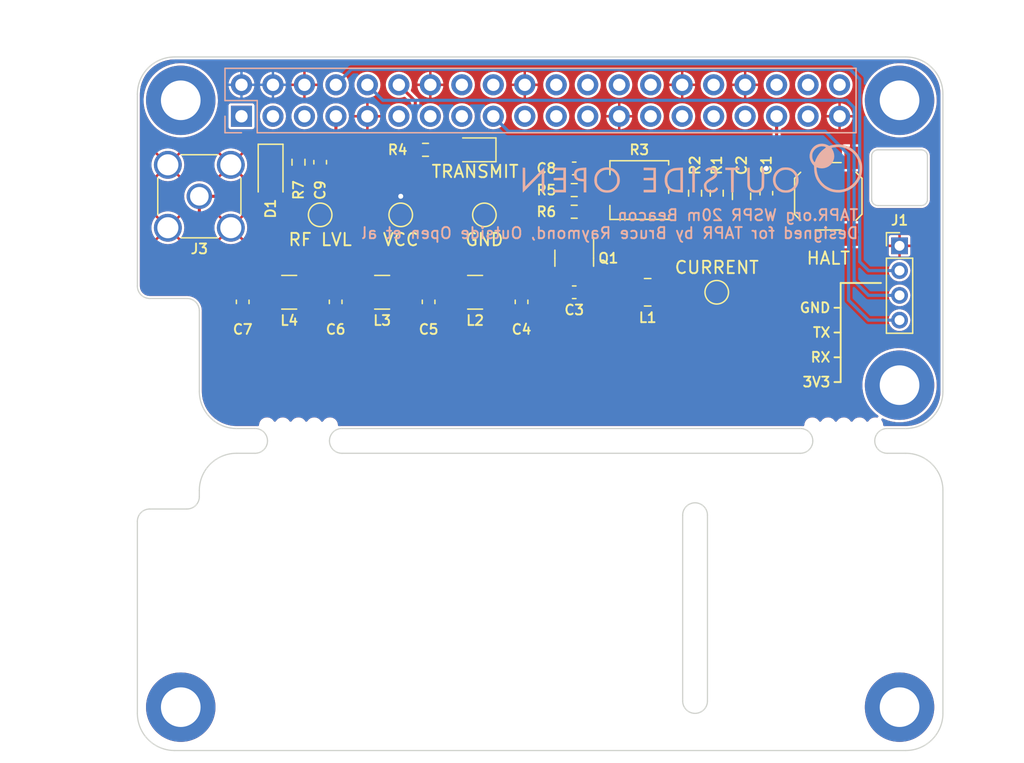
<source format=kicad_pcb>
(kicad_pcb (version 20211014) (generator pcbnew)
  (layers (0 "F.Cu" signal) (31 "B.Cu" signal) (34 "B.Paste" user) (35 "F.Paste" user) (36 "B.SilkS" user "B.Silkscreen") (37 "F.SilkS" user "F.Silkscreen") (38 "B.Mask" user) (39 "F.Mask" user) (44 "Edge.Cuts" user))
  (net 0 "")
  (net 1 "GND")
  (net 2 "VCC")
  (net 3 "Net-(C3-Pad1)")
  (net 4 "Net-(C3-Pad2)")
  (net 5 "Net-(C8-Pad1)")
  (net 6 "Net-(C8-Pad2)")
  (net 9 "/3.3v")
  (net 10 "/TX")
  (net 33 "Net-(LED1-Pad2)")
  (net 34 "Net-(C5-Pad1)")
  (net 35 "Net-(C6-Pad1)")
  (net 36 "Net-(J3-Pad1)")
  (net 37 "Net-(C9-Pad1)")
  (net 38 "Net-(L1-Pad1)")
  (net 39 "Net-(D1-Pad1)")
  (net 40 "/RX")
  (net 41 "Net-(J2-Pad35)")
  (net 42 "Net-(J2-Pad12)")
  (net 43 "Net-(R2-Pad1)")
  (net 44 "Net-(R3-Pad2)")
  (net 45 "Net-(Q1-Pad1)")
  (footprint "MountingHole:MountingHole_3.2mm_M3_DIN965_Pad" (layer "F.Cu") (at 111.5 76.5)
    (fp_text reference "H3" hide)
    (fp_text value "MountingHole")
    (pad "1" thru_hole circle (at 0 0) (size 5.6 5.6) (drill 3.2) (layers *.Cu *.Mask))
  )
  (footprint "Resistor_SMD:R_0603_1608Metric" (layer "F.Cu") (at 95 61 90)
    (fp_text reference "R2" (at 2.25 0 90) (layer "F.SilkS") (effects (font (size 0.8 0.8))))
    (fp_text value "3.9k")
    (pad "1" smd roundrect (at -0.825 0 90) (size 0.8 0.95) (layers "F.Cu" "F.Paste" "F.Mask") (net 43 "Net-(R2-Pad1)"))
    (pad "2" smd roundrect (at 0.825 0 90) (size 0.8 0.95) (layers "F.Cu" "F.Paste" "F.Mask") (net 2 "VCC"))
  )
  (footprint "Capacitor_SMD:C_0603_1608Metric" (layer "F.Cu") (at 81 69.775 -90)
    (fp_text reference "C4" (at 2.225 0) (layer "F.SilkS") (effects (font (size 0.8 0.8))))
    (fp_text value "470pF")
    (pad "1" smd roundrect (at -0.775 0 270) (size 0.9 0.95) (layers "F.Cu" "F.Paste" "F.Mask") (net 4 "Net-(C3-Pad2)"))
    (pad "2" smd roundrect (at 0.775 0 270) (size 0.9 0.95) (layers "F.Cu" "F.Paste" "F.Mask") (net 1 "GND"))
  )
  (footprint "Capacitor_SMD:C_0603_1608Metric" (layer "F.Cu") (at 100.75 61 -90)
    (fp_text reference "C1" (at -2.25 0 90) (layer "F.SilkS") (effects (font (size 0.8 0.8))))
    (fp_text value "100nF")
    (pad "1" smd roundrect (at -0.775 0 270) (size 0.9 0.95) (layers "F.Cu" "F.Paste" "F.Mask") (net 2 "VCC"))
    (pad "2" smd roundrect (at 0.775 0 270) (size 0.9 0.95) (layers "F.Cu" "F.Paste" "F.Mask") (net 1 "GND"))
  )
  (footprint "MountingHole:mousebites" (layer "F.Cu") (at 107 80)
    (fp_text reference "H6")
    (fp_text value "MountingHole" hide)
    (pad "" np_thru_hole circle (at 0 -0.254) (size 0.7874 0.7874) (drill 0.7874) (layers *.Cu *.Mask))
    (pad "" np_thru_hole circle (at 2.54 -0.254) (size 0.7874 0.7874) (drill 0.7874) (layers *.Cu *.Mask))
    (pad "" np_thru_hole circle (at 1.27 -0.254) (size 0.7874 0.7874) (drill 0.7874) (layers *.Cu *.Mask))
    (pad "" np_thru_hole circle (at -2.54 -0.254) (size 0.7874 0.7874) (drill 0.7874) (layers *.Cu *.Mask))
    (pad "" np_thru_hole circle (at -1.27 -0.254) (size 0.7874 0.7874) (drill 0.7874) (layers *.Cu *.Mask))
  )
  (footprint "Capacitor_SMD:C_0603_1608Metric" (layer "F.Cu") (at 58.5 69.775 -90)
    (fp_text reference "C7" (at 2.225 0) (layer "F.SilkS") (effects (font (size 0.8 0.8))))
    (fp_text value "470pF")
    (pad "1" smd roundrect (at -0.775 0 270) (size 0.9 0.95) (layers "F.Cu" "F.Paste" "F.Mask") (net 36 "Net-(J3-Pad1)"))
    (pad "2" smd roundrect (at 0.775 0 270) (size 0.9 0.95) (layers "F.Cu" "F.Paste" "F.Mask") (net 1 "GND"))
  )
  (footprint "MountingHole:mousebites" (layer "F.Cu") (at 63 80)
    (fp_text reference "H7")
    (fp_text value "MountingHole" hide)
    (pad "" np_thru_hole circle (at -2.54 -0.254) (size 0.7874 0.7874) (drill 0.7874) (layers *.Cu *.Mask))
    (pad "" np_thru_hole circle (at -1.27 -0.254) (size 0.7874 0.7874) (drill 0.7874) (layers *.Cu *.Mask))
    (pad "" np_thru_hole circle (at 2.54 -0.254) (size 0.7874 0.7874) (drill 0.7874) (layers *.Cu *.Mask))
    (pad "" np_thru_hole circle (at 1.27 -0.254) (size 0.7874 0.7874) (drill 0.7874) (layers *.Cu *.Mask))
    (pad "" np_thru_hole circle (at 0 -0.254) (size 0.7874 0.7874) (drill 0.7874) (layers *.Cu *.Mask))
  )
  (footprint "Resistor_SMD:R_0603_1608Metric" (layer "F.Cu") (at 85.25 62.5)
    (fp_text reference "R6" (at -2.25 0) (layer "F.SilkS") (effects (font (size 0.8 0.8))))
    (fp_text value "47")
    (pad "1" smd roundrect (at -0.825 0) (size 0.8 0.95) (layers "F.Cu" "F.Paste" "F.Mask") (net 6 "Net-(C8-Pad2)"))
    (pad "2" smd roundrect (at 0.825 0) (size 0.8 0.95) (layers "F.Cu" "F.Paste" "F.Mask") (net 45 "Net-(Q1-Pad1)"))
  )
  (footprint "Inductor_SMD:L_1210_3225Metric" (layer "F.Cu") (at 69.75 69 180)
    (fp_text reference "L3" (at 0 -2.28) (layer "F.SilkS") (effects (font (size 0.8 0.8))))
    (fp_text value "1.5uH")
    (pad "1" smd roundrect (at -1.4 0 180) (size 1.25 2.65) (layers "F.Cu" "F.Paste" "F.Mask") (roundrect_rratio 0.2) (net 34 "Net-(C5-Pad1)"))
    (pad "2" smd roundrect (at 1.4 0 180) (size 1.25 2.65) (layers "F.Cu" "F.Paste" "F.Mask") (roundrect_rratio 0.2) (net 35 "Net-(C6-Pad1)"))
  )
  (footprint "TestPoint:TestPoint_Pad_D1.5mm" (layer "F.Cu") (at 96.75 69)
    (fp_text reference "TP2" hide)
    (fp_text value "TestPoint")
    (pad "1" smd circle (at 0 0) (size 1.5 1.5) (layers "F.Cu" "F.Mask") (net 38 "Net-(L1-Pad1)"))
  )
  (footprint "Connector_Coaxial:SMA_Amphenol_901-144_Vertical" (layer "F.Cu") (at 55 61.25 -90)
    (fp_text reference "J3" (at 4.25 0 180) (layer "F.SilkS") (effects (font (size 0.8 0.8))))
    (fp_text value "Conn_01x02")
    (pad "1" thru_hole circle (at 0 0 270) (size 2.05 2.05) (drill 1.5) (layers *.Cu *.Mask) (net 36 "Net-(J3-Pad1)"))
    (pad "2" thru_hole circle (at -2.54 2.54 270) (size 2.25 2.25) (drill 1.7) (layers *.Cu *.Mask) (net 1 "GND"))
    (pad "2" thru_hole circle (at 2.54 -2.54 270) (size 2.25 2.25) (drill 1.7) (layers *.Cu *.Mask) (net 1 "GND"))
    (pad "2" thru_hole circle (at 2.54 2.54 270) (size 2.25 2.25) (drill 1.7) (layers *.Cu *.Mask) (net 1 "GND"))
    (pad "2" thru_hole circle (at -2.54 -2.54 270) (size 2.25 2.25) (drill 1.7) (layers *.Cu *.Mask) (net 1 "GND"))
  )
  (footprint "MountingHole:MountingHole_3.2mm_M3_DIN965_Pad" (layer "F.Cu") (at 111.5 53.5)
    (fp_text reference "H2" hide)
    (fp_text value "MountingHole")
    (pad "1" thru_hole circle (at 0 0) (size 5.6 5.6) (drill 3.2) (layers *.Cu *.Mask))
  )
  (footprint "TestPoint:TestPoint_Pad_D1.5mm" (layer "F.Cu") (at 71.25 62.75)
    (fp_text reference "TP1" hide)
    (fp_text value "TestPoint")
    (pad "1" smd circle (at 0 0) (size 1.5 1.5) (layers "F.Cu" "F.Mask") (net 2 "VCC"))
  )
  (footprint "Resistor_SMD:R_0603_1608Metric" (layer "F.Cu") (at 96.75 61 -90)
    (fp_text reference "R1" (at -2.25 0 90) (layer "F.SilkS") (effects (font (size 0.8 0.8))))
    (fp_text value "1")
    (pad "1" smd roundrect (at -0.825 0 270) (size 0.8 0.95) (layers "F.Cu" "F.Paste" "F.Mask") (net 2 "VCC"))
    (pad "2" smd roundrect (at 0.825 0 270) (size 0.8 0.95) (layers "F.Cu" "F.Paste" "F.Mask") (net 38 "Net-(L1-Pad1)"))
  )
  (footprint "MountingHole:MountingHole_3.2mm_M3_DIN965_Pad" (layer "F.Cu") (at 53.5 53.5)
    (fp_text reference "H1" hide)
    (fp_text value "MountingHole")
    (pad "1" thru_hole circle (at 0 0) (size 5.6 5.6) (drill 3.2) (layers *.Cu *.Mask))
  )
  (footprint "Capacitor_SMD:C_0603_1608Metric" (layer "F.Cu") (at 85.25 69 180)
    (fp_text reference "C3" (at 0 -1.43) (layer "F.SilkS") (effects (font (size 0.8 0.8))))
    (fp_text value "100nF")
    (pad "1" smd roundrect (at -0.775 0 180) (size 0.9 0.95) (layers "F.Cu" "F.Paste" "F.Mask") (net 3 "Net-(C3-Pad1)"))
    (pad "2" smd roundrect (at 0.775 0 180) (size 0.9 0.95) (layers "F.Cu" "F.Paste" "F.Mask") (net 4 "Net-(C3-Pad2)"))
  )
  (footprint "Connector_PinHeader_2.00mm:PinHeader_1x04_P2.00mm_Vertical" (layer "F.Cu") (at 111.5 65.25)
    (fp_text reference "J1" (at 0 -2.06) (layer "F.SilkS") (effects (font (size 0.8 0.8))))
    (fp_text value "SERIAL")
    (pad "1" thru_hole rect (at 0 0) (size 1.35 1.35) (drill 0.8) (layers *.Cu *.Mask) (net 1 "GND"))
    (pad "2" thru_hole oval (at 0 2) (size 1.35 1.35) (drill 0.8) (layers *.Cu *.Mask) (net 10 "/TX"))
    (pad "3" thru_hole oval (at 0 4) (size 1.35 1.35) (drill 0.8) (layers *.Cu *.Mask) (net 40 "/RX"))
    (pad "4" thru_hole oval (at 0 6) (size 1.35 1.35) (drill 0.8) (layers *.Cu *.Mask) (net 9 "/3.3v"))
  )
  (footprint "Package_TO_SOT_SMD:SOT-23" (layer "F.Cu") (at 85.25 66.25 -90)
    (fp_text reference "Q1" (at 0 -2.75) (layer "F.SilkS") (effects (font (size 0.8 0.8))))
    (fp_text value "MMBF170")
    (pad "1" smd roundrect (at -0.9375 -0.95 270) (size 1.475 0.6) (layers "F.Cu" "F.Paste" "F.Mask") (net 45 "Net-(Q1-Pad1)"))
    (pad "2" smd roundrect (at -0.9375 0.95 270) (size 1.475 0.6) (layers "F.Cu" "F.Paste" "F.Mask") (net 1 "GND"))
    (pad "3" smd roundrect (at 0.9375 0 270) (size 1.475 0.6) (layers "F.Cu" "F.Paste" "F.Mask") (net 3 "Net-(C3-Pad1)"))
  )
  (footprint "MountingHole:MountingHole_3.2mm_M3_DIN965_Pad" (layer "F.Cu") (at 53.5 102.5)
    (fp_text reference "H5" hide)
    (fp_text value "MountingHole")
    (pad "1" thru_hole circle (at 0 0) (size 5.6 5.6) (drill 3.2) (layers *.Cu *.Mask))
  )
  (footprint "Capacitor_SMD:C_0603_1608Metric" (layer "F.Cu") (at 66 69.775 -90)
    (fp_text reference "C6" (at 2.225 0) (layer "F.SilkS") (effects (font (size 0.8 0.8))))
    (fp_text value "1nF")
    (pad "1" smd roundrect (at -0.775 0 270) (size 0.9 0.95) (layers "F.Cu" "F.Paste" "F.Mask") (net 35 "Net-(C6-Pad1)"))
    (pad "2" smd roundrect (at 0.775 0 270) (size 0.9 0.95) (layers "F.Cu" "F.Paste" "F.Mask") (net 1 "GND"))
  )
  (footprint "TestPoint:TestPoint_Pad_D1.5mm" (layer "F.Cu") (at 78 62.75)
    (fp_text reference "TP4" hide)
    (fp_text value "TestPoint")
    (pad "1" smd circle (at 0 0) (size 1.5 1.5) (layers "F.Cu" "F.Mask") (net 1 "GND"))
  )
  (footprint "Capacitor_SMD:C_0603_1608Metric" (layer "F.Cu") (at 73.5 69.775 -90)
    (fp_text reference "C5" (at 2.225 0) (layer "F.SilkS") (effects (font (size 0.8 0.8))))
    (fp_text value "1nF")
    (pad "1" smd roundrect (at -0.775 0 270) (size 0.9 0.95) (layers "F.Cu" "F.Paste" "F.Mask") (net 34 "Net-(C5-Pad1)"))
    (pad "2" smd roundrect (at 0.775 0 270) (size 0.9 0.95) (layers "F.Cu" "F.Paste" "F.Mask") (net 1 "GND"))
  )
  (footprint "MountingHole:MountingHole_3.2mm_M3_DIN965_Pad" (layer "F.Cu") (at 111.5 102.5)
    (fp_text reference "H4" hide)
    (fp_text value "MountingHole")
    (pad "1" thru_hole circle (at 0 0) (size 5.6 5.6) (drill 3.2) (layers *.Cu *.Mask))
  )
  (footprint "Diode_SMD:D_SOD-123F" (layer "F.Cu") (at 60.75 59.25 -90)
    (fp_text reference "D1" (at 3 0 90) (layer "F.SilkS") (effects (font (size 0.8 0.8))))
    (fp_text value "1N4148")
    (pad "1" smd rect (at -1.4 0 270) (size 1.1 1.1) (layers "F.Cu" "F.Paste" "F.Mask") (net 39 "Net-(D1-Pad1)"))
    (pad "2" smd rect (at 1.4 0 270) (size 1.1 1.1) (layers "F.Cu" "F.Paste" "F.Mask") (net 36 "Net-(J3-Pad1)"))
  )
  (footprint "Capacitor_SMD:C_0603_1608Metric" (layer "F.Cu") (at 85.25 59 180)
    (fp_text reference "C8" (at 2.25 0) (layer "F.SilkS") (effects (font (size 0.8 0.8))))
    (fp_text value "100nF")
    (pad "1" smd roundrect (at -0.775 0 180) (size 0.9 0.95) (layers "F.Cu" "F.Paste" "F.Mask") (net 5 "Net-(C8-Pad1)"))
    (pad "2" smd roundrect (at 0.775 0 180) (size 0.9 0.95) (layers "F.Cu" "F.Paste" "F.Mask") (net 6 "Net-(C8-Pad2)"))
  )
  (footprint "Resistor_SMD:R_0603_1608Metric" (layer "F.Cu") (at 63 58.5 -90)
    (fp_text reference "R7" (at 2.25 0 90) (layer "F.SilkS") (effects (font (size 0.8 0.8))))
    (fp_text value "2K")
    (pad "1" smd roundrect (at -0.825 0 270) (size 0.8 0.95) (layers "F.Cu" "F.Paste" "F.Mask") (net 39 "Net-(D1-Pad1)"))
    (pad "2" smd roundrect (at 0.825 0 270) (size 0.8 0.95) (layers "F.Cu" "F.Paste" "F.Mask") (net 37 "Net-(C9-Pad1)"))
  )
  (footprint "Potentiometer_SMD:Potentiometer_Bourns_3314J_Vertical" (layer "F.Cu") (at 90.5 60.75 -90)
    (fp_text reference "R3" (at -3.25 0) (layer "F.SilkS") (effects (font (size 0.8 0.8))))
    (fp_text value "10k")
    (pad "1" smd rect (at 1.15 -2 270) (size 1.3 2) (layers "F.Cu" "F.Paste" "F.Mask") (net 43 "Net-(R2-Pad1)"))
    (pad "2" smd rect (at 0 2 270) (size 2 2) (layers "F.Cu" "F.Paste" "F.Mask") (net 44 "Net-(R3-Pad2)"))
    (pad "3" smd rect (at -1.15 -2 270) (size 1.3 2) (layers "F.Cu" "F.Paste" "F.Mask") (net 1 "GND"))
  )
  (footprint "Inductor_SMD:L_1210_3225Metric" (layer "F.Cu") (at 62.25 69 180)
    (fp_text reference "L4" (at 0 -2.28) (layer "F.SilkS") (effects (font (size 0.8 0.8))))
    (fp_text value "1.5uH")
    (pad "1" smd roundrect (at -1.4 0 180) (size 1.25 2.65) (layers "F.Cu" "F.Paste" "F.Mask") (roundrect_rratio 0.2) (net 35 "Net-(C6-Pad1)"))
    (pad "2" smd roundrect (at 1.4 0 180) (size 1.25 2.65) (layers "F.Cu" "F.Paste" "F.Mask") (roundrect_rratio 0.2) (net 36 "Net-(J3-Pad1)"))
  )
  (footprint "TestPoint:TestPoint_Pad_D1.5mm" (layer "F.Cu") (at 64.75 62.75 -90)
    (fp_text reference "TP3" hide)
    (fp_text value "TestPoint")
    (pad "1" smd circle (at 0 0 270) (size 1.5 1.5) (layers "F.Cu" "F.Mask") (net 37 "Net-(C9-Pad1)"))
  )
  (footprint "Capacitor_SMD:C_0603_1608Metric" (layer "F.Cu") (at 64.75 58.5 90)
    (fp_text reference "C9" (at -2.25 0 90) (layer "F.SilkS") (effects (font (size 0.8 0.8))))
    (fp_text value "100nF")
    (pad "1" smd roundrect (at -0.775 0 90) (size 0.9 0.95) (layers "F.Cu" "F.Paste" "F.Mask") (net 37 "Net-(C9-Pad1)"))
    (pad "2" smd roundrect (at 0.775 0 90) (size 0.9 0.95) (layers "F.Cu" "F.Paste" "F.Mask") (net 1 "GND"))
  )
  (footprint "LED_SMD:LED_0805_2012Metric" (layer "F.Cu") (at 77.25 57.5 180)
    (fp_text reference "LED1" hide)
    (fp_text value "LED_Small")
    (pad "1" smd roundrect (at -0.9375 0 180) (size 0.975 1.4) (layers "F.Cu" "F.Paste" "F.Mask") (net 1 "GND"))
    (pad "2" smd roundrect (at 0.9375 0 180) (size 0.975 1.4) (layers "F.Cu" "F.Paste" "F.Mask") (net 33 "Net-(LED1-Pad2)"))
  )
  (footprint "Resistor_SMD:R_0603_1608Metric" (layer "F.Cu") (at 85.25 60.75 180)
    (fp_text reference "R5" (at 2.25 0) (layer "F.SilkS") (effects (font (size 0.8 0.8))))
    (fp_text value "10k")
    (pad "1" smd roundrect (at -0.825 0 180) (size 0.8 0.95) (layers "F.Cu" "F.Paste" "F.Mask") (net 44 "Net-(R3-Pad2)"))
    (pad "2" smd roundrect (at 0.825 0 180) (size 0.8 0.95) (layers "F.Cu" "F.Paste" "F.Mask") (net 6 "Net-(C8-Pad2)"))
  )
  (footprint "Inductor_SMD:L_1210_3225Metric" (layer "F.Cu") (at 77.25 69 180)
    (fp_text reference "L2" (at 0 -2.28 180) (layer "F.SilkS") (effects (font (size 0.8 0.8))))
    (fp_text value "1.5uH")
    (pad "1" smd roundrect (at -1.4 0 180) (size 1.25 2.65) (layers "F.Cu" "F.Paste" "F.Mask") (roundrect_rratio 0.2) (net 4 "Net-(C3-Pad2)"))
    (pad "2" smd roundrect (at 1.4 0 180) (size 1.25 2.65) (layers "F.Cu" "F.Paste" "F.Mask") (roundrect_rratio 0.2) (net 34 "Net-(C5-Pad1)"))
  )
  (footprint "Inductor_SMD:L_1008_2520Metric" (layer "F.Cu") (at 91.175 69 180)
    (fp_text reference "L1" (at 0 -2.05) (layer "F.SilkS") (effects (font (size 0.8 0.8))))
    (fp_text value "10uH")
    (pad "1" smd roundrect (at -1.075 0 180) (size 1.25 2.2) (layers "F.Cu" "F.Paste" "F.Mask") (roundrect_rratio 0.2) (net 38 "Net-(L1-Pad1)"))
    (pad "2" smd roundrect (at 1.075 0 180) (size 1.25 2.2) (layers "F.Cu" "F.Paste" "F.Mask") (roundrect_rratio 0.2) (net 3 "Net-(C3-Pad1)"))
  )
  (footprint "Resistor_SMD:R_0603_1608Metric" (layer "F.Cu") (at 73.25 57.5 180)
    (fp_text reference "R4" (at 2.25 0) (layer "F.SilkS") (effects (font (size 0.8 0.8))))
    (fp_text value "270")
    (pad "1" smd roundrect (at -0.825 0 180) (size 0.8 0.95) (layers "F.Cu" "F.Paste" "F.Mask") (net 33 "Net-(LED1-Pad2)"))
    (pad "2" smd roundrect (at 0.825 0 180) (size 0.8 0.95) (layers "F.Cu" "F.Paste" "F.Mask") (net 42 "Net-(J2-Pad12)"))
  )
  (footprint "Capacitor_SMD:C_0805_2012Metric" (layer "F.Cu") (at 98.75 61.25 -90)
    (fp_text reference "C2" (at -2.5 0 90) (layer "F.SilkS") (effects (font (size 0.8 0.8))))
    (fp_text value "47uF")
    (pad "1" smd roundrect (at -0.95 0 270) (size 1 1.45) (layers "F.Cu" "F.Paste" "F.Mask") (net 2 "VCC"))
    (pad "2" smd roundrect (at 0.95 0 270) (size 1 1.45) (layers "F.Cu" "F.Paste" "F.Mask") (net 1 "GND"))
  )
  (footprint "Button_Switch_SMD:SW_SPST_SKQG_WithoutStem" (layer "F.Cu") (at 105.75 61.25 90)
    (fp_text reference "SW1" hide)
    (fp_text value "SW_SPST")
    (pad "1" smd rect (at -3.1 -1.85 90) (size 1.8 1.1) (layers "F.Cu" "F.Paste" "F.Mask") (net 41 "Net-(J2-Pad35)"))
    (pad "1" smd rect (at 3.1 -1.85 90) (size 1.8 1.1) (layers "F.Cu" "F.Paste" "F.Mask") (net 41 "Net-(J2-Pad35)"))
    (pad "2" smd rect (at 3.1 1.85 90) (size 1.8 1.1) (layers "F.Cu" "F.Paste" "F.Mask") (net 1 "GND"))
    (pad "2" smd rect (at -3.1 1.85 90) (size 1.8 1.1) (layers "F.Cu" "F.Paste" "F.Mask") (net 1 "GND"))
  )
  (footprint "LOGO" (layer "B.Cu") (at 94.75 59 180)
    (fp_text reference "G***" hide)
    (fp_text value "LOGO" hide)
  )
  (footprint "Connector_PinSocket_2.54mm:PinSocket_2x20_P2.54mm_Vertical" (layer "B.Cu") (at 58.4 54.79 -90)
    (fp_text reference "J2")
    (fp_text value "Conn_02x20_Odd_Even")
    (pad "1" thru_hole rect (at 0 0 270) (size 1.7 1.7) (drill 1) (layers *.Cu *.Mask))
    (pad "2" thru_hole oval (at -2.54 0 270) (size 1.7 1.7) (drill 1) (layers *.Cu *.Mask) (net 2 "VCC"))
    (pad "3" thru_hole oval (at 0 -2.54 270) (size 1.7 1.7) (drill 1) (layers *.Cu *.Mask))
    (pad "4" thru_hole oval (at -2.54 -2.54 270) (size 1.7 1.7) (drill 1) (layers *.Cu *.Mask) (net 2 "VCC"))
    (pad "5" thru_hole oval (at 0 -5.08 270) (size 1.7 1.7) (drill 1) (layers *.Cu *.Mask))
    (pad "6" thru_hole oval (at -2.54 -5.08 270) (size 1.7 1.7) (drill 1) (layers *.Cu *.Mask) (net 1 "GND"))
    (pad "7" thru_hole oval (at 0 -7.62 270) (size 1.7 1.7) (drill 1) (layers *.Cu *.Mask) (net 5 "Net-(C8-Pad1)"))
    (pad "8" thru_hole oval (at -2.54 -7.62 270) (size 1.7 1.7) (drill 1) (layers *.Cu *.Mask) (net 10 "/TX"))
    (pad "9" thru_hole oval (at 0 -10.16 270) (size 1.7 1.7) (drill 1) (layers *.Cu *.Mask) (net 1 "GND"))
    (pad "10" thru_hole oval (at -2.54 -10.16 270) (size 1.7 1.7) (drill 1) (layers *.Cu *.Mask) (net 40 "/RX"))
    (pad "11" thru_hole oval (at 0 -12.7 270) (size 1.7 1.7) (drill 1) (layers *.Cu *.Mask))
    (pad "12" thru_hole oval (at -2.54 -12.7 270) (size 1.7 1.7) (drill 1) (layers *.Cu *.Mask) (net 42 "Net-(J2-Pad12)"))
    (pad "13" thru_hole oval (at 0 -15.24 270) (size 1.7 1.7) (drill 1) (layers *.Cu *.Mask))
    (pad "14" thru_hole oval (at -2.54 -15.24 270) (size 1.7 1.7) (drill 1) (layers *.Cu *.Mask) (net 1 "GND"))
    (pad "15" thru_hole oval (at 0 -17.78 270) (size 1.7 1.7) (drill 1) (layers *.Cu *.Mask))
    (pad "16" thru_hole oval (at -2.54 -17.78 270) (size 1.7 1.7) (drill 1) (layers *.Cu *.Mask))
    (pad "17" thru_hole oval (at 0 -20.32 270) (size 1.7 1.7) (drill 1) (layers *.Cu *.Mask) (net 9 "/3.3v"))
    (pad "18" thru_hole oval (at -2.54 -20.32 270) (size 1.7 1.7) (drill 1) (layers *.Cu *.Mask))
    (pad "19" thru_hole oval (at 0 -22.86 270) (size 1.7 1.7) (drill 1) (layers *.Cu *.Mask))
    (pad "20" thru_hole oval (at -2.54 -22.86 270) (size 1.7 1.7) (drill 1) (layers *.Cu *.Mask) (net 1 "GND"))
    (pad "21" thru_hole oval (at 0 -25.4 270) (size 1.7 1.7) (drill 1) (layers *.Cu *.Mask))
    (pad "22" thru_hole oval (at -2.54 -25.4 270) (size 1.7 1.7) (drill 1) (layers *.Cu *.Mask))
    (pad "23" thru_hole oval (at 0 -27.94 270) (size 1.7 1.7) (drill 1) (layers *.Cu *.Mask))
    (pad "24" thru_hole oval (at -2.54 -27.94 270) (size 1.7 1.7) (drill 1) (layers *.Cu *.Mask))
    (pad "25" thru_hole oval (at 0 -30.48 270) (size 1.7 1.7) (drill 1) (layers *.Cu *.Mask) (net 1 "GND"))
    (pad "26" thru_hole oval (at -2.54 -30.48 270) (size 1.7 1.7) (drill 1) (layers *.Cu *.Mask))
    (pad "27" thru_hole oval (at 0 -33.02 270) (size 1.7 1.7) (drill 1) (layers *.Cu *.Mask))
    (pad "28" thru_hole oval (at -2.54 -33.02 270) (size 1.7 1.7) (drill 1) (layers *.Cu *.Mask))
    (pad "29" thru_hole oval (at 0 -35.56 270) (size 1.7 1.7) (drill 1) (layers *.Cu *.Mask))
    (pad "30" thru_hole oval (at -2.54 -35.56 270) (size 1.7 1.7) (drill 1) (layers *.Cu *.Mask) (net 1 "GND"))
    (pad "31" thru_hole oval (at 0 -38.1 270) (size 1.7 1.7) (drill 1) (layers *.Cu *.Mask))
    (pad "32" thru_hole oval (at -2.54 -38.1 270) (size 1.7 1.7) (drill 1) (layers *.Cu *.Mask))
    (pad "33" thru_hole oval (at 0 -40.64 270) (size 1.7 1.7) (drill 1) (layers *.Cu *.Mask))
    (pad "34" thru_hole oval (at -2.54 -40.64 270) (size 1.7 1.7) (drill 1) (layers *.Cu *.Mask) (net 1 "GND"))
    (pad "35" thru_hole oval (at 0 -43.18 270) (size 1.7 1.7) (drill 1) (layers *.Cu *.Mask) (net 41 "Net-(J2-Pad35)"))
    (pad "36" thru_hole oval (at -2.54 -43.18 270) (size 1.7 1.7) (drill 1) (layers *.Cu *.Mask))
    (pad "37" thru_hole oval (at 0 -45.72 270) (size 1.7 1.7) (drill 1) (layers *.Cu *.Mask))
    (pad "38" thru_hole oval (at -2.54 -45.72 270) (size 1.7 1.7) (drill 1) (layers *.Cu *.Mask))
    (pad "39" thru_hole oval (at 0 -48.26 270) (size 1.7 1.7) (drill 1) (layers *.Cu *.Mask) (net 1 "GND"))
    (pad "40" thru_hole oval (at -2.54 -48.26 270) (size 1.7 1.7) (drill 1) (layers *.Cu *.Mask))
  )
  (gr_line (start 106.25 74.25) (end 106.75 74.25) (layer "F.SilkS") (width 0.15))
  (gr_line (start 106.75 70.25) (end 106.25 70.25) (layer "F.SilkS") (width 0.15))
  (gr_line (start 106.75 76.25) (end 106.75 70.25) (layer "F.SilkS") (width 0.15))
  (gr_line (start 106.25 72.25) (end 106.75 72.25) (layer "F.SilkS") (width 0.15))
  (gr_line (start 106.75 68.25) (end 110 68.25) (layer "F.SilkS") (width 0.15))
  (gr_line (start 106.75 70.25) (end 106.75 68.25) (layer "F.SilkS") (width 0.15))
  (gr_line (start 106.25 76.25) (end 106.75 76.25) (layer "F.SilkS") (width 0.15))
  (gr_line (start 103.499999 80.000001) (end 66.500001 80.000001) (layer "Edge.Cuts") (width 0.1))
  (gr_line (start 94 87) (end 94 102) (layer "Edge.Cuts") (width 0.1))
  (gr_line (start 55 85.5) (end 54.999999 84.999999) (layer "Edge.Cuts") (width 0.1))
  (gr_arc (start 65.500001 81.000001) (mid 65.792894 80.292894) (end 66.500001 80.000001) (layer "Edge.Cuts") (width 0.1))
  (gr_line (start 66.500001 82.000001) (end 103.499999 82.000001) (layer "Edge.Cuts") (width 0.1))
  (gr_arc (start 115 77) (mid 114.12132 79.12132) (end 112 80) (layer "Edge.Cuts") (width 0.1))
  (gr_line (start 110.5 82) (end 112 82) (layer "Edge.Cuts") (width 0.1))
  (gr_line (start 109.75 57.5) (end 113.25 57.500001) (layer "Edge.Cuts") (width 0.1))
  (gr_arc (start 51 69.5) (mid 50.292893 69.207107) (end 50 68.5) (layer "Edge.Cuts") (width 0.1))
  (gr_arc (start 112 50) (mid 114.12132 50.87868) (end 115 53) (layer "Edge.Cuts") (width 0.1))
  (gr_arc (start 113.749999 61.5) (mid 113.603552 61.853552) (end 113.25 61.999999) (layer "Edge.Cuts") (width 0.1))
  (gr_line (start 57.999999 82.000002) (end 59.499999 82.000001) (layer "Edge.Cuts") (width 0.1))
  (gr_line (start 54.999999 77.000001) (end 55 70.5) (layer "Edge.Cuts") (width 0.1))
  (gr_line (start 59.499999 80.000001) (end 57.999999 80.000001) (layer "Edge.Cuts") (width 0.1))
  (gr_arc (start 55 85.5) (mid 54.707107 86.207107) (end 54 86.5) (layer "Edge.Cuts") (width 0.1))
  (gr_arc (start 66.500001 82.000001) (mid 65.792894 81.707108) (end 65.500001 81.000001) (layer "Edge.Cuts") (width 0.1))
  (gr_line (start 112 50) (end 53 50) (layer "Edge.Cuts") (width 0.1))
  (gr_line (start 109.250001 61.5) (end 109.25 58) (layer "Edge.Cuts") (width 0.1))
  (gr_arc (start 115 102.999999) (mid 114.12132 105.121319) (end 112 105.999998) (layer "Edge.Cuts") (width 0.1))
  (gr_arc (start 110.5 82) (mid 109.792893 81.707107) (end 109.5 81) (layer "Edge.Cuts") (width 0.1))
  (gr_line (start 50 87.5) (end 50 103) (layer "Edge.Cuts") (width 0.1))
  (gr_line (start 115 102.999999) (end 115 85) (layer "Edge.Cuts") (width 0.1))
  (gr_arc (start 113.25 57.500001) (mid 113.603552 57.646448) (end 113.749999 58) (layer "Edge.Cuts") (width 0.1))
  (gr_line (start 51 86.5) (end 54 86.5) (layer "Edge.Cuts") (width 0.1))
  (gr_arc (start 94 87) (mid 95 86) (end 96 87) (layer "Edge.Cuts") (width 0.1))
  (gr_line (start 52.999999 105.999999) (end 112 105.999998) (layer "Edge.Cuts") (width 0.1))
  (gr_arc (start 96 102) (mid 95 103) (end 94 102) (layer "Edge.Cuts") (width 0.1))
  (gr_arc (start 109.75 61.999999) (mid 109.396448 61.853552) (end 109.250001 61.5) (layer "Edge.Cuts") (width 0.1))
  (gr_arc (start 57.999999 80.000001) (mid 55.878679 79.121321) (end 54.999999 77.000001) (layer "Edge.Cuts") (width 0.1))
  (gr_line (start 50 68.5) (end 50 53) (layer "Edge.Cuts") (width 0.1))
  (gr_arc (start 50 53) (mid 50.87868 50.87868) (end 53 50) (layer "Edge.Cuts") (width 0.1))
  (gr_line (start 112 80) (end 110.5 80) (layer "Edge.Cuts") (width 0.1))
  (gr_line (start 96 87) (end 96 102) (layer "Edge.Cuts") (width 0.1))
  (gr_line (start 51 69.5) (end 54 69.5) (layer "Edge.Cuts") (width 0.1))
  (gr_arc (start 112 82) (mid 114.12132 82.87868) (end 115 85) (layer "Edge.Cuts") (width 0.1))
  (gr_arc (start 109.5 81) (mid 109.792893 80.292893) (end 110.5 80) (layer "Edge.Cuts") (width 0.1))
  (gr_line (start 113.749999 58) (end 113.749999 61.5) (layer "Edge.Cuts") (width 0.1))
  (gr_arc (start 59.499999 80.000001) (mid 60.207106 80.292894) (end 60.499999 81.000001) (layer "Edge.Cuts") (width 0.1))
  (gr_arc (start 103.499999 80.000001) (mid 104.207106 80.292894) (end 104.499999 81.000001) (layer "Edge.Cuts") (width 0.1))
  (gr_arc (start 109.25 58) (mid 109.396447 57.646447) (end 109.75 57.5) (layer "Edge.Cuts") (width 0.1))
  (gr_arc (start 53 106) (mid 50.87868 105.12132) (end 50 103) (layer "Edge.Cuts") (width 0.1))
  (gr_arc (start 104.499999 81.000001) (mid 104.207106 81.707108) (end 103.499999 82.000001) (layer "Edge.Cuts") (width 0.1))
  (gr_arc (start 50 87.5) (mid 50.292893 86.792893) (end 51 86.5) (layer "Edge.Cuts") (width 0.1))
  (gr_line (start 113.25 61.999999) (end 109.75 61.999999) (layer "Edge.Cuts") (width 0.1))
  (gr_arc (start 54.999999 84.999999) (mid 55.878679 82.878679) (end 57.999999 81.999999) (layer "Edge.Cuts") (width 0.1))
  (gr_arc (start 60.499999 81.000001) (mid 60.207106 81.707108) (end 59.499999 82.000001) (layer "Edge.Cuts") (width 0.1))
  (gr_arc (start 54 69.5) (mid 54.707107 69.792893) (end 55 70.5) (layer "Edge.Cuts") (width 0.1))
  (gr_line (start 115 77) (end 115 53) (layer "Edge.Cuts") (width 0.1))
  (gr_text "TAPR.org WSPR 20m Beacon\nDesigned for TAPR by Bruce Raymond, Outside Open et al" (at 108.25 63.5) (layer "B.SilkS") (effects (font (size 0.9 0.9)) (justify left mirror)))
  (gr_text "RX" (at 106 74.25) (layer "F.SilkS") (effects (font (size 0.8 0.8)) (justify right)))
  (gr_text "RF LVL" (at 64.75 64.75) (layer "F.SilkS") (effects (font (size 1 1))))
  (gr_text "HALT" (at 105.75 66.25) (layer "F.SilkS") (effects (font (size 1 1))))
  (gr_text "TX\n" (at 106 72.25) (layer "F.SilkS") (effects (font (size 0.8 0.8)) (justify right)))
  (gr_text "GND" (at 78 64.75) (layer "F.SilkS") (effects (font (size 1 1))))
  (gr_text "VCC" (at 71.25 64.75) (layer "F.SilkS") (effects (font (size 1 1))))
  (gr_text "3V3" (at 106 76.25) (layer "F.SilkS") (effects (font (size 0.8 0.8)) (justify right)))
  (gr_text "CURRENT" (at 96.75 67) (layer "F.SilkS") (effects (font (size 1 1))))
  (gr_text "TRANSMIT" (at 77.25 59.25) (layer "F.SilkS") (effects (font (size 1 1))))
  (gr_text "GND" (at 106 70.25) (layer "F.SilkS") (effects (font (size 0.8 0.8)) (justify right)))
  (segment (start 100.675 60.3) (end 100.75 60.225) (width 0.25) (layer "F.Cu") (net 2))
  (segment (start 96.875 60.3) (end 96.75 60.175) (width 0.25) (layer "F.Cu") (net 2))
  (segment (start 95 60.175) (end 96.75 60.175) (width 0.25) (layer "F.Cu") (net 2))
  (segment (start 100.75 60.225) (end 100.75 59) (width 0.25) (layer "F.Cu") (net 2))
  (segment (start 71.25 62.75) (end 71.25 61.25) (width 0.25) (layer "F.Cu") (net 2))
  (segment (start 98.75 60.300001) (end 100.675 60.3) (width 0.25) (layer "F.Cu") (net 2))
  (segment (start 98.75 60.300001) (end 96.875 60.3) (width 0.25) (layer "F.Cu") (net 2))
  (via (at 100.75 59) (size 0.8) (drill 0.4) (layers "F.Cu" "B.Cu") (net 2))
  (via (at 71.25 61.25) (size 0.8) (drill 0.4) (layers "F.Cu" "B.Cu") (net 2))
  (segment (start 85.25 67.1875) (end 85.25 68.225) (width 0.25) (layer "F.Cu") (net 3))
  (segment (start 90.1 69) (end 86.025 69) (width 0.25) (layer "F.Cu") (net 3))
  (segment (start 85.25 68.225) (end 86.025 69) (width 0.25) (layer "F.Cu") (net 3))
  (segment (start 84.475 69) (end 81 69) (width 0.25) (layer "F.Cu") (net 4))
  (segment (start 81 69) (end 78.65 69) (width 0.25) (layer "F.Cu") (net 4))
  (segment (start 83.54952 58.20048) (end 85.22548 58.20048) (width 0.25) (layer "F.Cu") (net 5))
  (segment (start 85.22548 58.20048) (end 86.025 59) (width 0.25) (layer "F.Cu") (net 5))
  (segment (start 82.75 59) (end 67.5 59) (width 0.25) (layer "F.Cu") (net 5))
  (segment (start 66.02 54.79) (end 66.02 57.52) (width 0.25) (layer "F.Cu") (net 5))
  (segment (start 82.75 59) (end 83.54952 58.20048) (width 0.25) (layer "F.Cu") (net 5))
  (segment (start 66.02 57.52) (end 67.5 59) (width 0.25) (layer "F.Cu") (net 5))
  (segment (start 84.425 59.05) (end 84.475 59) (width 0.25) (layer "F.Cu") (net 6))
  (segment (start 84.425 60.75) (end 84.425 59.05) (width 0.25) (layer "F.Cu") (net 6))
  (segment (start 84.425 62.5) (end 84.425 60.75) (width 0.25) (layer "F.Cu") (net 6))
  (segment (start 107.384991 57.884991) (end 105.5 56) (width 0.25) (layer "B.Cu") (net 9))
  (segment (start 79.93 56) (end 78.72 54.79) (width 0.25) (layer "B.Cu") (net 9))
  (segment (start 107.384991 69.634991) (end 107.384991 57.884991) (width 0.25) (layer "B.Cu") (net 9))
  (segment (start 109 71.25) (end 107.384991 69.634991) (width 0.25) (layer "B.Cu") (net 9))
  (segment (start 111.5 71.25) (end 109 71.25) (width 0.25) (layer "B.Cu") (net 9))
  (segment (start 105.5 56) (end 79.93 56) (width 0.25) (layer "B.Cu") (net 9))
  (segment (start 109 67.25) (end 111.5 67.25) (width 0.25) (layer "B.Cu") (net 10))
  (segment (start 67.27 51) (end 107.5 51) (width 0.25) (layer "B.Cu") (net 10))
  (segment (start 66.02 52.25) (end 67.27 51) (width 0.25) (layer "B.Cu") (net 10))
  (segment (start 108.284031 51.784031) (end 108.284031 66.534031) (width 0.25) (layer "B.Cu") (net 10))
  (segment (start 108.284031 66.534031) (end 109 67.25) (width 0.25) (layer "B.Cu") (net 10))
  (segment (start 107.5 51) (end 108.284031 51.784031) (width 0.25) (layer "B.Cu") (net 10))
  (segment (start 74.075 57.5) (end 76.312499 57.5) (width 0.25) (layer "F.Cu") (net 33))
  (segment (start 73.5 69) (end 71.15 69) (width 0.25) (layer "F.Cu") (net 34))
  (segment (start 75.85 69) (end 73.5 69) (width 0.25) (layer "F.Cu") (net 34))
  (segment (start 66 69) (end 63.65 69) (width 0.25) (layer "F.Cu") (net 35))
  (segment (start 68.35 69) (end 66 69) (width 0.25) (layer "F.Cu") (net 35))
  (segment (start 58.5 67) (end 58.5 69) (width 0.25) (layer "F.Cu") (net 36))
  (segment (start 55 61.25) (end 55 65.5) (width 0.25) (layer "F.Cu") (net 36))
  (segment (start 57.5 61.25) (end 55 61.25) (width 0.25) (layer "F.Cu") (net 36))
  (segment (start 60.75 60.65) (end 58.1 60.65) (width 0.25) (layer "F.Cu") (net 36))
  (segment (start 57.75 66.25) (end 58.5 67) (width 0.25) (layer "F.Cu") (net 36))
  (segment (start 58.1 60.65) (end 57.5 61.25) (width 0.25) (layer "F.Cu") (net 36))
  (segment (start 60.85 69) (end 58.5 69) (width 0.25) (layer "F.Cu") (net 36))
  (segment (start 55.75 66.25) (end 57.75 66.25) (width 0.25) (layer "F.Cu") (net 36))
  (segment (start 55 65.5) (end 55.75 66.25) (width 0.25) (layer "F.Cu") (net 36))
  (segment (start 64.7 59.325) (end 64.75 59.275) (width 0.25) (layer "F.Cu") (net 37))
  (segment (start 63 59.325) (end 64.7 59.325) (width 0.25) (layer "F.Cu") (net 37))
  (segment (start 64.75 59.275) (end 64.75 62.75) (width 0.25) (layer "F.Cu") (net 37))
  (segment (start 96.75 69) (end 92.25 69) (width 0.25) (layer "F.Cu") (net 38))
  (segment (start 96.75 61.825) (end 96.75 69) (width 0.25) (layer "F.Cu") (net 38))
  (segment (start 61.65 57.85) (end 61.825 57.675) (width 0.25) (layer "F.Cu") (net 39))
  (segment (start 61.825 57.675) (end 63 57.675) (width 0.25) (layer "F.Cu") (net 39))
  (segment (start 60.75 57.85) (end 61.65 57.85) (width 0.25) (layer "F.Cu") (net 39))
  (segment (start 68.56 52.25) (end 69.81 53.5) (width 0.25) (layer "B.Cu") (net 40))
  (segment (start 109 69.25) (end 111.5 69.25) (width 0.25) (layer "B.Cu") (net 40))
  (segment (start 107.834511 54.084511) (end 107.834511 68.084511) (width 0.25) (layer "B.Cu") (net 40))
  (segment (start 69.81 53.5) (end 107.25 53.5) (width 0.25) (layer "B.Cu") (net 40))
  (segment (start 107.834511 68.084511) (end 109 69.25) (width 0.25) (layer "B.Cu") (net 40))
  (segment (start 107.25 53.5) (end 107.834511 54.084511) (width 0.25) (layer "B.Cu") (net 40))
  (segment (start 103.9 58.15) (end 102.4 58.15) (width 0.25) (layer "F.Cu") (net 41))
  (segment (start 101.58 57.33) (end 101.58 54.79) (width 0.25) (layer "F.Cu") (net 41))
  (segment (start 102.4 58.15) (end 101.58 57.33) (width 0.25) (layer "F.Cu") (net 41))
  (segment (start 103.9 64.35) (end 103.9 58.15) (width 0.25) (layer "F.Cu") (net 41))
  (segment (start 72.425 53.575) (end 71.1 52.25) (width 0.25) (layer "F.Cu") (net 42))
  (segment (start 72.425 57.5) (end 72.425 53.575) (width 0.25) (layer "F.Cu") (net 42))
  (segment (start 92.5 61.9) (end 94.925 61.9) (width 0.25) (layer "F.Cu") (net 43))
  (segment (start 94.925 61.9) (end 95 61.825) (width 0.25) (layer "F.Cu") (net 43))
  (segment (start 88.5 60.75) (end 86.075 60.75) (width 0.25) (layer "F.Cu") (net 44))
  (segment (start 86.2 62.625) (end 86.075 62.5) (width 0.25) (layer "F.Cu") (net 45))
  (segment (start 86.2 65.3125) (end 86.2 62.625) (width 0.25) (layer "F.Cu") (net 45))
  (zone (net 1) (net_name "GND") (layer "F.Cu") (connect_pads (clearance 0.2)) (min_thickness 0.2) (fill yes (thermal_gap 0.2) (thermal_bridge_width 0.2))
    (polygon (pts (xy 115 80) (xy 50 80) (xy 50 50) (xy 115 50)))
  )
  (zone (net 2) (net_name "VCC") (layer "B.Cu") (connect_pads (clearance 0.2)) (min_thickness 0.2) (fill yes (thermal_gap 0.2) (thermal_bridge_width 0.2))
    (polygon (pts (xy 115 80) (xy 50 80) (xy 50 50) (xy 115 50)))
  )
)
</source>
